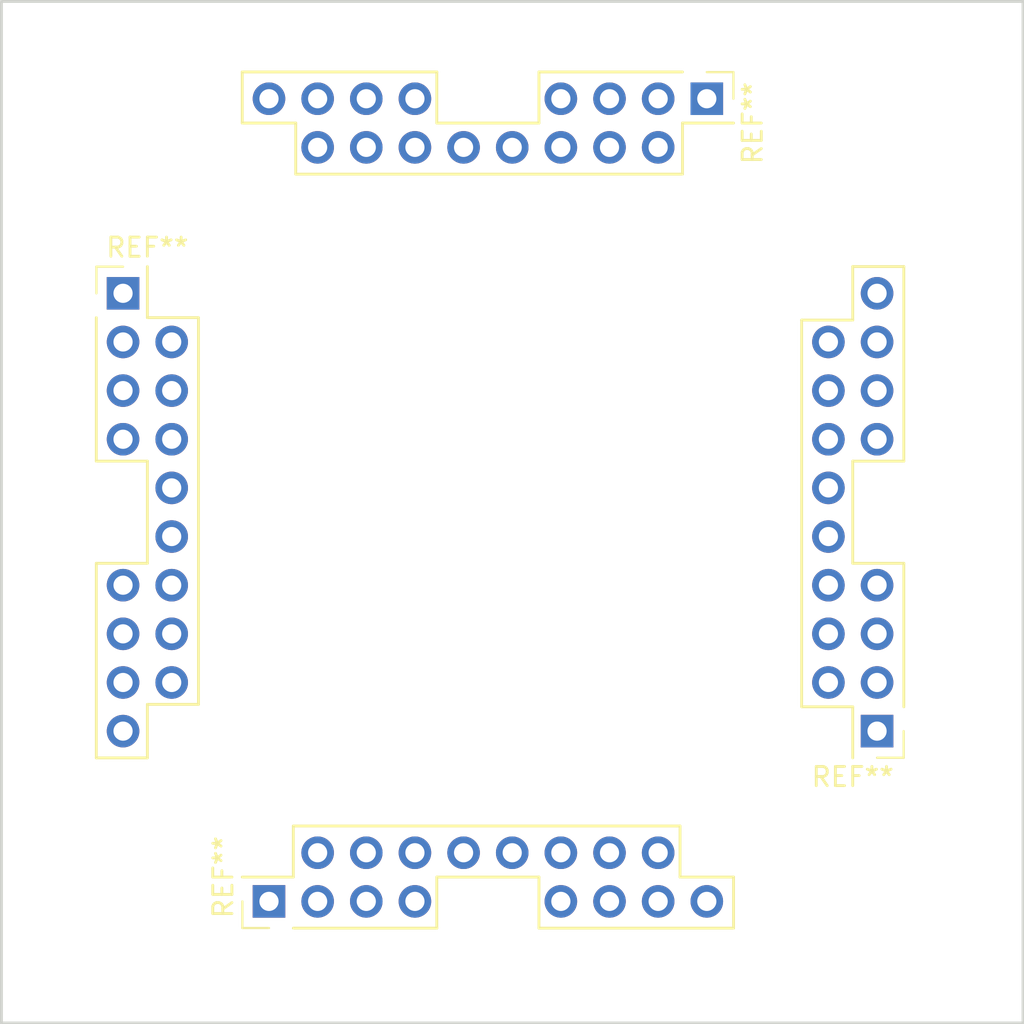
<source format=kicad_pcb>
(kicad_pcb (version 4) (host pcbnew 4.0.0-rc1-stable)

  (general
    (links 0)
    (no_connects 0)
    (area 134.544999 63.424999 188.035001 116.915001)
    (thickness 1.6)
    (drawings 4)
    (tracks 0)
    (zones 0)
    (modules 4)
    (nets 1)
  )

  (page A4)
  (layers
    (0 F.Cu signal)
    (31 B.Cu signal)
    (32 B.Adhes user)
    (33 F.Adhes user)
    (34 B.Paste user)
    (35 F.Paste user)
    (36 B.SilkS user)
    (37 F.SilkS user)
    (38 B.Mask user)
    (39 F.Mask user)
    (40 Dwgs.User user)
    (41 Cmts.User user)
    (42 Eco1.User user)
    (43 Eco2.User user)
    (44 Edge.Cuts user)
    (45 Margin user)
    (46 B.CrtYd user)
    (47 F.CrtYd user)
    (48 B.Fab user)
    (49 F.Fab user)
  )

  (setup
    (last_trace_width 0.25)
    (trace_clearance 0.2)
    (zone_clearance 0.508)
    (zone_45_only no)
    (trace_min 0.2)
    (segment_width 0.2)
    (edge_width 0.15)
    (via_size 0.6)
    (via_drill 0.4)
    (via_min_size 0.4)
    (via_min_drill 0.3)
    (uvia_size 0.3)
    (uvia_drill 0.1)
    (uvias_allowed no)
    (uvia_min_size 0.2)
    (uvia_min_drill 0.1)
    (pcb_text_width 0.3)
    (pcb_text_size 1.5 1.5)
    (mod_edge_width 0.15)
    (mod_text_size 1 1)
    (mod_text_width 0.15)
    (pad_size 1.524 1.524)
    (pad_drill 0.762)
    (pad_to_mask_clearance 0.2)
    (aux_axis_origin 0 0)
    (visible_elements 7FFFFFFF)
    (pcbplotparams
      (layerselection 0x00030_80000001)
      (usegerberextensions false)
      (excludeedgelayer true)
      (linewidth 0.076200)
      (plotframeref false)
      (viasonmask false)
      (mode 1)
      (useauxorigin false)
      (hpglpennumber 1)
      (hpglpenspeed 20)
      (hpglpendiameter 15)
      (hpglpenoverlay 2)
      (psnegative false)
      (psa4output false)
      (plotreference true)
      (plotvalue true)
      (plotinvisibletext false)
      (padsonsilk false)
      (subtractmaskfromsilk false)
      (outputformat 1)
      (mirror false)
      (drillshape 1)
      (scaleselection 1)
      (outputdirectory ""))
  )

  (net 0 "")

  (net_class Default "This is the default net class."
    (clearance 0.2)
    (trace_width 0.25)
    (via_dia 0.6)
    (via_drill 0.4)
    (uvia_dia 0.3)
    (uvia_drill 0.1)
  )

  (module CE_Header:CE_Header (layer F.Cu) (tedit 58DA0F78) (tstamp 58C40846)
    (at 171.45 68.58 270)
    (descr "CE Header, 2.54mm pitch")
    (tags "CE Header, THT 2x10 2.54mm")
    (fp_text reference REF** (at 1.27 -2.39 270) (layer F.SilkS)
      (effects (font (size 1 1) (thickness 0.15)))
    )
    (fp_text value CE_Header (at 1.27 25.25 270) (layer F.Fab)
      (effects (font (size 1 1) (thickness 0.15)))
    )
    (fp_line (start -1.397 24.257) (end -1.397 14.097) (layer F.SilkS) (width 0.15))
    (fp_line (start -1.397 14.097) (end 1.27 14.097) (layer F.SilkS) (width 0.15))
    (fp_line (start 1.27 14.097) (end 1.27 8.763) (layer F.SilkS) (width 0.15))
    (fp_line (start 1.27 8.763) (end -1.397 8.763) (layer F.SilkS) (width 0.15))
    (fp_line (start -1.397 8.763) (end -1.397 1.27) (layer F.SilkS) (width 0.15))
    (fp_line (start 1.27 24.257) (end -1.397 24.257) (layer F.SilkS) (width 0.15))
    (fp_line (start 3.937 1.27) (end 3.937 21.463) (layer F.SilkS) (width 0.15))
    (fp_line (start 3.937 21.463) (end 1.27 21.463) (layer F.SilkS) (width 0.15))
    (fp_line (start 1.27 21.463) (end 1.27 24.257) (layer F.SilkS) (width 0.15))
    (fp_line (start 3.93 1.27) (end 1.27 1.27) (layer F.SilkS) (width 0.15))
    (fp_line (start 1.27 1.27) (end 1.27 -1.397) (layer F.SilkS) (width 0.15))
    (fp_line (start -1.27 -1.27) (end -1.27 24.13) (layer F.Fab) (width 0.1))
    (fp_line (start -1.27 24.13) (end 3.81 24.13) (layer F.Fab) (width 0.1))
    (fp_line (start 3.81 24.13) (end 3.81 -1.27) (layer F.Fab) (width 0.1))
    (fp_line (start 3.81 -1.27) (end -1.27 -1.27) (layer F.Fab) (width 0.1))
    (fp_line (start -1.39 0) (end -1.39 -1.39) (layer F.SilkS) (width 0.12))
    (fp_line (start -1.39 -1.39) (end 0 -1.39) (layer F.SilkS) (width 0.12))
    (fp_line (start -1.6 -1.6) (end -1.6 24.4) (layer F.CrtYd) (width 0.05))
    (fp_line (start -1.6 24.4) (end 4.1 24.4) (layer F.CrtYd) (width 0.05))
    (fp_line (start 4.1 24.4) (end 4.1 -1.6) (layer F.CrtYd) (width 0.05))
    (fp_line (start 4.1 -1.6) (end -1.6 -1.6) (layer F.CrtYd) (width 0.05))
    (pad 1 thru_hole rect (at 0 0 270) (size 1.7 1.7) (drill 1) (layers *.Cu *.Mask))
    (pad 3 thru_hole oval (at 0 2.54 270) (size 1.7 1.7) (drill 1) (layers *.Cu *.Mask))
    (pad 4 thru_hole oval (at 2.54 2.54 270) (size 1.7 1.7) (drill 1) (layers *.Cu *.Mask))
    (pad 5 thru_hole oval (at 0 5.08 270) (size 1.7 1.7) (drill 1) (layers *.Cu *.Mask))
    (pad 6 thru_hole oval (at 2.54 5.08 270) (size 1.7 1.7) (drill 1) (layers *.Cu *.Mask))
    (pad 7 thru_hole oval (at 0 7.62 270) (size 1.7 1.7) (drill 1) (layers *.Cu *.Mask))
    (pad 8 thru_hole oval (at 2.54 7.62 270) (size 1.7 1.7) (drill 1) (layers *.Cu *.Mask))
    (pad 10 thru_hole oval (at 2.54 10.16 270) (size 1.7 1.7) (drill 1) (layers *.Cu *.Mask))
    (pad 12 thru_hole oval (at 2.54 12.7 270) (size 1.7 1.7) (drill 1) (layers *.Cu *.Mask))
    (pad 13 thru_hole oval (at 0 15.24 270) (size 1.7 1.7) (drill 1) (layers *.Cu *.Mask))
    (pad 14 thru_hole oval (at 2.54 15.24 270) (size 1.7 1.7) (drill 1) (layers *.Cu *.Mask))
    (pad 15 thru_hole oval (at 0 17.78 270) (size 1.7 1.7) (drill 1) (layers *.Cu *.Mask))
    (pad 16 thru_hole oval (at 2.54 17.78 270) (size 1.7 1.7) (drill 1) (layers *.Cu *.Mask))
    (pad 17 thru_hole oval (at 0 20.32 270) (size 1.7 1.7) (drill 1) (layers *.Cu *.Mask))
    (pad 18 thru_hole oval (at 2.54 20.32 270) (size 1.7 1.7) (drill 1) (layers *.Cu *.Mask))
    (pad 19 thru_hole oval (at 0 22.86 270) (size 1.7 1.7) (drill 1) (layers *.Cu *.Mask))
    (model D:/pcbs/CE_Header/CE_Header/lib/3d/CE_Header_Pins.wrl
      (at (xyz 0.05 -0.45 0))
      (scale (xyz 1 1 1))
      (rotate (xyz 0 0 90))
    )
  )

  (module CE_Header:CE_Header (layer F.Cu) (tedit 58DA0F78) (tstamp 58C404DD)
    (at 180.34 101.6 180)
    (descr "CE Header, 2.54mm pitch")
    (tags "CE Header, THT 2x10 2.54mm")
    (fp_text reference REF** (at 1.27 -2.39 180) (layer F.SilkS)
      (effects (font (size 1 1) (thickness 0.15)))
    )
    (fp_text value CE_Header (at 1.27 25.25 180) (layer F.Fab)
      (effects (font (size 1 1) (thickness 0.15)))
    )
    (fp_line (start -1.397 24.257) (end -1.397 14.097) (layer F.SilkS) (width 0.15))
    (fp_line (start -1.397 14.097) (end 1.27 14.097) (layer F.SilkS) (width 0.15))
    (fp_line (start 1.27 14.097) (end 1.27 8.763) (layer F.SilkS) (width 0.15))
    (fp_line (start 1.27 8.763) (end -1.397 8.763) (layer F.SilkS) (width 0.15))
    (fp_line (start -1.397 8.763) (end -1.397 1.27) (layer F.SilkS) (width 0.15))
    (fp_line (start 1.27 24.257) (end -1.397 24.257) (layer F.SilkS) (width 0.15))
    (fp_line (start 3.937 1.27) (end 3.937 21.463) (layer F.SilkS) (width 0.15))
    (fp_line (start 3.937 21.463) (end 1.27 21.463) (layer F.SilkS) (width 0.15))
    (fp_line (start 1.27 21.463) (end 1.27 24.257) (layer F.SilkS) (width 0.15))
    (fp_line (start 3.93 1.27) (end 1.27 1.27) (layer F.SilkS) (width 0.15))
    (fp_line (start 1.27 1.27) (end 1.27 -1.397) (layer F.SilkS) (width 0.15))
    (fp_line (start -1.27 -1.27) (end -1.27 24.13) (layer F.Fab) (width 0.1))
    (fp_line (start -1.27 24.13) (end 3.81 24.13) (layer F.Fab) (width 0.1))
    (fp_line (start 3.81 24.13) (end 3.81 -1.27) (layer F.Fab) (width 0.1))
    (fp_line (start 3.81 -1.27) (end -1.27 -1.27) (layer F.Fab) (width 0.1))
    (fp_line (start -1.39 0) (end -1.39 -1.39) (layer F.SilkS) (width 0.12))
    (fp_line (start -1.39 -1.39) (end 0 -1.39) (layer F.SilkS) (width 0.12))
    (fp_line (start -1.6 -1.6) (end -1.6 24.4) (layer F.CrtYd) (width 0.05))
    (fp_line (start -1.6 24.4) (end 4.1 24.4) (layer F.CrtYd) (width 0.05))
    (fp_line (start 4.1 24.4) (end 4.1 -1.6) (layer F.CrtYd) (width 0.05))
    (fp_line (start 4.1 -1.6) (end -1.6 -1.6) (layer F.CrtYd) (width 0.05))
    (pad 1 thru_hole rect (at 0 0 180) (size 1.7 1.7) (drill 1) (layers *.Cu *.Mask))
    (pad 3 thru_hole oval (at 0 2.54 180) (size 1.7 1.7) (drill 1) (layers *.Cu *.Mask))
    (pad 4 thru_hole oval (at 2.54 2.54 180) (size 1.7 1.7) (drill 1) (layers *.Cu *.Mask))
    (pad 5 thru_hole oval (at 0 5.08 180) (size 1.7 1.7) (drill 1) (layers *.Cu *.Mask))
    (pad 6 thru_hole oval (at 2.54 5.08 180) (size 1.7 1.7) (drill 1) (layers *.Cu *.Mask))
    (pad 7 thru_hole oval (at 0 7.62 180) (size 1.7 1.7) (drill 1) (layers *.Cu *.Mask))
    (pad 8 thru_hole oval (at 2.54 7.62 180) (size 1.7 1.7) (drill 1) (layers *.Cu *.Mask))
    (pad 10 thru_hole oval (at 2.54 10.16 180) (size 1.7 1.7) (drill 1) (layers *.Cu *.Mask))
    (pad 12 thru_hole oval (at 2.54 12.7 180) (size 1.7 1.7) (drill 1) (layers *.Cu *.Mask))
    (pad 13 thru_hole oval (at 0 15.24 180) (size 1.7 1.7) (drill 1) (layers *.Cu *.Mask))
    (pad 14 thru_hole oval (at 2.54 15.24 180) (size 1.7 1.7) (drill 1) (layers *.Cu *.Mask))
    (pad 15 thru_hole oval (at 0 17.78 180) (size 1.7 1.7) (drill 1) (layers *.Cu *.Mask))
    (pad 16 thru_hole oval (at 2.54 17.78 180) (size 1.7 1.7) (drill 1) (layers *.Cu *.Mask))
    (pad 17 thru_hole oval (at 0 20.32 180) (size 1.7 1.7) (drill 1) (layers *.Cu *.Mask))
    (pad 18 thru_hole oval (at 2.54 20.32 180) (size 1.7 1.7) (drill 1) (layers *.Cu *.Mask))
    (pad 19 thru_hole oval (at 0 22.86 180) (size 1.7 1.7) (drill 1) (layers *.Cu *.Mask))
    (model D:/pcbs/CE_Header/CE_Header/lib/3d/CE_Header_Pins.wrl
      (at (xyz 0.05 -0.45 0))
      (scale (xyz 1 1 1))
      (rotate (xyz 0 0 90))
    )
  )

  (module CE_Header:CE_Header (layer F.Cu) (tedit 58DA0F78) (tstamp 58C407F6)
    (at 148.59 110.49 90)
    (descr "CE Header, 2.54mm pitch")
    (tags "CE Header, THT 2x10 2.54mm")
    (fp_text reference REF** (at 1.27 -2.39 90) (layer F.SilkS)
      (effects (font (size 1 1) (thickness 0.15)))
    )
    (fp_text value CE_Header (at 1.27 25.25 90) (layer F.Fab)
      (effects (font (size 1 1) (thickness 0.15)))
    )
    (fp_line (start -1.397 24.257) (end -1.397 14.097) (layer F.SilkS) (width 0.15))
    (fp_line (start -1.397 14.097) (end 1.27 14.097) (layer F.SilkS) (width 0.15))
    (fp_line (start 1.27 14.097) (end 1.27 8.763) (layer F.SilkS) (width 0.15))
    (fp_line (start 1.27 8.763) (end -1.397 8.763) (layer F.SilkS) (width 0.15))
    (fp_line (start -1.397 8.763) (end -1.397 1.27) (layer F.SilkS) (width 0.15))
    (fp_line (start 1.27 24.257) (end -1.397 24.257) (layer F.SilkS) (width 0.15))
    (fp_line (start 3.937 1.27) (end 3.937 21.463) (layer F.SilkS) (width 0.15))
    (fp_line (start 3.937 21.463) (end 1.27 21.463) (layer F.SilkS) (width 0.15))
    (fp_line (start 1.27 21.463) (end 1.27 24.257) (layer F.SilkS) (width 0.15))
    (fp_line (start 3.93 1.27) (end 1.27 1.27) (layer F.SilkS) (width 0.15))
    (fp_line (start 1.27 1.27) (end 1.27 -1.397) (layer F.SilkS) (width 0.15))
    (fp_line (start -1.27 -1.27) (end -1.27 24.13) (layer F.Fab) (width 0.1))
    (fp_line (start -1.27 24.13) (end 3.81 24.13) (layer F.Fab) (width 0.1))
    (fp_line (start 3.81 24.13) (end 3.81 -1.27) (layer F.Fab) (width 0.1))
    (fp_line (start 3.81 -1.27) (end -1.27 -1.27) (layer F.Fab) (width 0.1))
    (fp_line (start -1.39 0) (end -1.39 -1.39) (layer F.SilkS) (width 0.12))
    (fp_line (start -1.39 -1.39) (end 0 -1.39) (layer F.SilkS) (width 0.12))
    (fp_line (start -1.6 -1.6) (end -1.6 24.4) (layer F.CrtYd) (width 0.05))
    (fp_line (start -1.6 24.4) (end 4.1 24.4) (layer F.CrtYd) (width 0.05))
    (fp_line (start 4.1 24.4) (end 4.1 -1.6) (layer F.CrtYd) (width 0.05))
    (fp_line (start 4.1 -1.6) (end -1.6 -1.6) (layer F.CrtYd) (width 0.05))
    (pad 1 thru_hole rect (at 0 0 90) (size 1.7 1.7) (drill 1) (layers *.Cu *.Mask))
    (pad 3 thru_hole oval (at 0 2.54 90) (size 1.7 1.7) (drill 1) (layers *.Cu *.Mask))
    (pad 4 thru_hole oval (at 2.54 2.54 90) (size 1.7 1.7) (drill 1) (layers *.Cu *.Mask))
    (pad 5 thru_hole oval (at 0 5.08 90) (size 1.7 1.7) (drill 1) (layers *.Cu *.Mask))
    (pad 6 thru_hole oval (at 2.54 5.08 90) (size 1.7 1.7) (drill 1) (layers *.Cu *.Mask))
    (pad 7 thru_hole oval (at 0 7.62 90) (size 1.7 1.7) (drill 1) (layers *.Cu *.Mask))
    (pad 8 thru_hole oval (at 2.54 7.62 90) (size 1.7 1.7) (drill 1) (layers *.Cu *.Mask))
    (pad 10 thru_hole oval (at 2.54 10.16 90) (size 1.7 1.7) (drill 1) (layers *.Cu *.Mask))
    (pad 12 thru_hole oval (at 2.54 12.7 90) (size 1.7 1.7) (drill 1) (layers *.Cu *.Mask))
    (pad 13 thru_hole oval (at 0 15.24 90) (size 1.7 1.7) (drill 1) (layers *.Cu *.Mask))
    (pad 14 thru_hole oval (at 2.54 15.24 90) (size 1.7 1.7) (drill 1) (layers *.Cu *.Mask))
    (pad 15 thru_hole oval (at 0 17.78 90) (size 1.7 1.7) (drill 1) (layers *.Cu *.Mask))
    (pad 16 thru_hole oval (at 2.54 17.78 90) (size 1.7 1.7) (drill 1) (layers *.Cu *.Mask))
    (pad 17 thru_hole oval (at 0 20.32 90) (size 1.7 1.7) (drill 1) (layers *.Cu *.Mask))
    (pad 18 thru_hole oval (at 2.54 20.32 90) (size 1.7 1.7) (drill 1) (layers *.Cu *.Mask))
    (pad 19 thru_hole oval (at 0 22.86 90) (size 1.7 1.7) (drill 1) (layers *.Cu *.Mask))
    (model D:/pcbs/CE_Header/CE_Header/lib/3d/CE_Header_Socket.wrl
      (at (xyz 0.05 -0.45 0))
      (scale (xyz 1 1 1))
      (rotate (xyz 0 0 90))
    )
    (model D:/pcbs/CE_Header/CE_Header/lib/3d/CE_Header_Pins.wrl
      (at (xyz 0.05 -0.45 0))
      (scale (xyz 1 1 1))
      (rotate (xyz 0 0 90))
    )
  )

  (module CE_Header:CE_Header (layer F.Cu) (tedit 58DA0F78) (tstamp 58C409EB)
    (at 140.97 78.74)
    (descr "CE Header, 2.54mm pitch")
    (tags "CE Header, THT 2x10 2.54mm")
    (fp_text reference REF** (at 1.27 -2.39) (layer F.SilkS)
      (effects (font (size 1 1) (thickness 0.15)))
    )
    (fp_text value CE_Header (at 1.27 25.25) (layer F.Fab)
      (effects (font (size 1 1) (thickness 0.15)))
    )
    (fp_line (start -1.397 24.257) (end -1.397 14.097) (layer F.SilkS) (width 0.15))
    (fp_line (start -1.397 14.097) (end 1.27 14.097) (layer F.SilkS) (width 0.15))
    (fp_line (start 1.27 14.097) (end 1.27 8.763) (layer F.SilkS) (width 0.15))
    (fp_line (start 1.27 8.763) (end -1.397 8.763) (layer F.SilkS) (width 0.15))
    (fp_line (start -1.397 8.763) (end -1.397 1.27) (layer F.SilkS) (width 0.15))
    (fp_line (start 1.27 24.257) (end -1.397 24.257) (layer F.SilkS) (width 0.15))
    (fp_line (start 3.937 1.27) (end 3.937 21.463) (layer F.SilkS) (width 0.15))
    (fp_line (start 3.937 21.463) (end 1.27 21.463) (layer F.SilkS) (width 0.15))
    (fp_line (start 1.27 21.463) (end 1.27 24.257) (layer F.SilkS) (width 0.15))
    (fp_line (start 3.93 1.27) (end 1.27 1.27) (layer F.SilkS) (width 0.15))
    (fp_line (start 1.27 1.27) (end 1.27 -1.397) (layer F.SilkS) (width 0.15))
    (fp_line (start -1.27 -1.27) (end -1.27 24.13) (layer F.Fab) (width 0.1))
    (fp_line (start -1.27 24.13) (end 3.81 24.13) (layer F.Fab) (width 0.1))
    (fp_line (start 3.81 24.13) (end 3.81 -1.27) (layer F.Fab) (width 0.1))
    (fp_line (start 3.81 -1.27) (end -1.27 -1.27) (layer F.Fab) (width 0.1))
    (fp_line (start -1.39 0) (end -1.39 -1.39) (layer F.SilkS) (width 0.12))
    (fp_line (start -1.39 -1.39) (end 0 -1.39) (layer F.SilkS) (width 0.12))
    (fp_line (start -1.6 -1.6) (end -1.6 24.4) (layer F.CrtYd) (width 0.05))
    (fp_line (start -1.6 24.4) (end 4.1 24.4) (layer F.CrtYd) (width 0.05))
    (fp_line (start 4.1 24.4) (end 4.1 -1.6) (layer F.CrtYd) (width 0.05))
    (fp_line (start 4.1 -1.6) (end -1.6 -1.6) (layer F.CrtYd) (width 0.05))
    (pad 1 thru_hole rect (at 0 0) (size 1.7 1.7) (drill 1) (layers *.Cu *.Mask))
    (pad 3 thru_hole oval (at 0 2.54) (size 1.7 1.7) (drill 1) (layers *.Cu *.Mask))
    (pad 4 thru_hole oval (at 2.54 2.54) (size 1.7 1.7) (drill 1) (layers *.Cu *.Mask))
    (pad 5 thru_hole oval (at 0 5.08) (size 1.7 1.7) (drill 1) (layers *.Cu *.Mask))
    (pad 6 thru_hole oval (at 2.54 5.08) (size 1.7 1.7) (drill 1) (layers *.Cu *.Mask))
    (pad 7 thru_hole oval (at 0 7.62) (size 1.7 1.7) (drill 1) (layers *.Cu *.Mask))
    (pad 8 thru_hole oval (at 2.54 7.62) (size 1.7 1.7) (drill 1) (layers *.Cu *.Mask))
    (pad 10 thru_hole oval (at 2.54 10.16) (size 1.7 1.7) (drill 1) (layers *.Cu *.Mask))
    (pad 12 thru_hole oval (at 2.54 12.7) (size 1.7 1.7) (drill 1) (layers *.Cu *.Mask))
    (pad 13 thru_hole oval (at 0 15.24) (size 1.7 1.7) (drill 1) (layers *.Cu *.Mask))
    (pad 14 thru_hole oval (at 2.54 15.24) (size 1.7 1.7) (drill 1) (layers *.Cu *.Mask))
    (pad 15 thru_hole oval (at 0 17.78) (size 1.7 1.7) (drill 1) (layers *.Cu *.Mask))
    (pad 16 thru_hole oval (at 2.54 17.78) (size 1.7 1.7) (drill 1) (layers *.Cu *.Mask))
    (pad 17 thru_hole oval (at 0 20.32) (size 1.7 1.7) (drill 1) (layers *.Cu *.Mask))
    (pad 18 thru_hole oval (at 2.54 20.32) (size 1.7 1.7) (drill 1) (layers *.Cu *.Mask))
    (pad 19 thru_hole oval (at 0 22.86) (size 1.7 1.7) (drill 1) (layers *.Cu *.Mask))
    (model D:/pcbs/CE_Header/CE_Header/lib/3d/CE_Header_Socket.wrl
      (at (xyz 0.05 -0.45 0))
      (scale (xyz 1 1 1))
      (rotate (xyz 0 0 90))
    )
    (model D:/pcbs/CE_Header/CE_Header/lib/3d/CE_Header_Pins.wrl
      (at (xyz 0.05 -0.45 0))
      (scale (xyz 1 1 1))
      (rotate (xyz 0 0 90))
    )
  )

  (gr_line (start 134.62 116.84) (end 134.62 63.5) (angle 90) (layer Edge.Cuts) (width 0.15))
  (gr_line (start 187.96 116.84) (end 134.62 116.84) (angle 90) (layer Edge.Cuts) (width 0.15))
  (gr_line (start 187.96 63.5) (end 187.96 116.84) (angle 90) (layer Edge.Cuts) (width 0.15))
  (gr_line (start 134.62 63.5) (end 187.96 63.5) (angle 90) (layer Edge.Cuts) (width 0.15))

)

</source>
